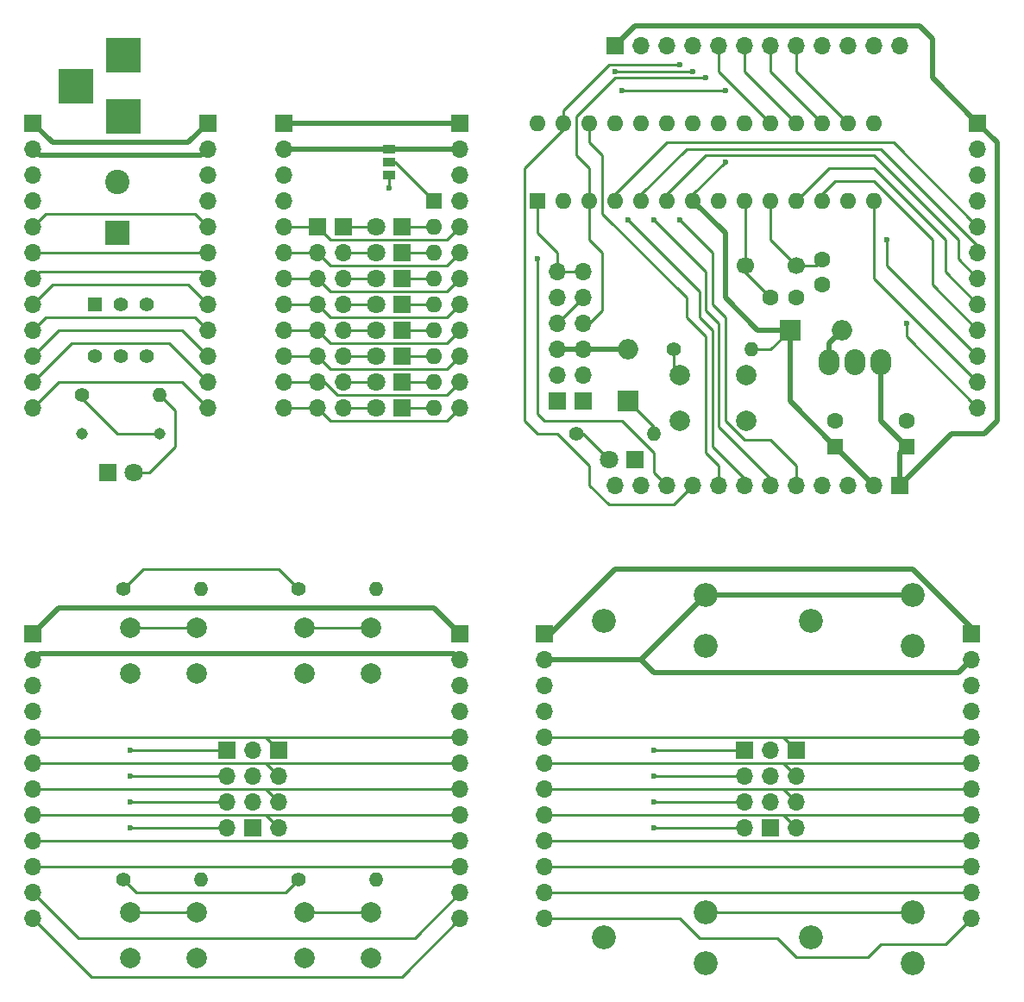
<source format=gbr>
G04 #@! TF.FileFunction,Copper,L1,Top,Signal*
%FSLAX46Y46*%
G04 Gerber Fmt 4.6, Leading zero omitted, Abs format (unit mm)*
G04 Created by KiCad (PCBNEW 4.0.7+dfsg1-1~bpo9+1) date Thu Apr  5 11:27:44 2018*
%MOMM*%
%LPD*%
G01*
G04 APERTURE LIST*
%ADD10C,0.100000*%
%ADD11R,3.500000X3.500000*%
%ADD12R,1.700000X1.700000*%
%ADD13O,1.700000X1.700000*%
%ADD14R,1.800000X1.800000*%
%ADD15C,1.800000*%
%ADD16R,1.600000X1.600000*%
%ADD17O,1.600000X1.600000*%
%ADD18C,1.400000*%
%ADD19O,1.400000X1.400000*%
%ADD20R,1.400000X1.400000*%
%ADD21C,1.143000*%
%ADD22R,1.270000X0.970000*%
%ADD23R,2.400000X2.400000*%
%ADD24C,2.400000*%
%ADD25C,1.700000*%
%ADD26C,1.600000*%
%ADD27C,2.000000*%
%ADD28O,2.032000X2.540000*%
%ADD29R,2.000000X2.000000*%
%ADD30O,2.000000X2.000000*%
%ADD31C,2.340000*%
%ADD32C,0.600000*%
%ADD33C,0.250000*%
%ADD34C,0.500000*%
G04 APERTURE END LIST*
D10*
D11*
X137160000Y-92710000D03*
X137160000Y-86710000D03*
X132460000Y-89710000D03*
D12*
X128270000Y-93345000D03*
D13*
X128270000Y-95885000D03*
X128270000Y-98425000D03*
X128270000Y-100965000D03*
X128270000Y-103505000D03*
X128270000Y-106045000D03*
X128270000Y-108585000D03*
X128270000Y-111125000D03*
X128270000Y-113665000D03*
X128270000Y-116205000D03*
X128270000Y-118745000D03*
X128270000Y-121285000D03*
D12*
X145415000Y-93345000D03*
D13*
X145415000Y-95885000D03*
X145415000Y-98425000D03*
X145415000Y-100965000D03*
X145415000Y-103505000D03*
X145415000Y-106045000D03*
X145415000Y-108585000D03*
X145415000Y-111125000D03*
X145415000Y-113665000D03*
X145415000Y-116205000D03*
X145415000Y-118745000D03*
X145415000Y-121285000D03*
D14*
X164465000Y-103505000D03*
D15*
X161925000Y-103505000D03*
D14*
X164465000Y-106045000D03*
D15*
X161925000Y-106045000D03*
D14*
X164465000Y-108585000D03*
D15*
X161925000Y-108585000D03*
D14*
X164465000Y-111125000D03*
D15*
X161925000Y-111125000D03*
D14*
X164465000Y-113665000D03*
D15*
X161925000Y-113665000D03*
D14*
X164465000Y-116205000D03*
D15*
X161925000Y-116205000D03*
D14*
X164465000Y-118745000D03*
D15*
X161925000Y-118745000D03*
D14*
X164465000Y-121285000D03*
D15*
X161925000Y-121285000D03*
D12*
X158750000Y-103505000D03*
D13*
X158750000Y-106045000D03*
X158750000Y-108585000D03*
X158750000Y-111125000D03*
X158750000Y-113665000D03*
X158750000Y-116205000D03*
X158750000Y-118745000D03*
X158750000Y-121285000D03*
D12*
X156210000Y-103505000D03*
D13*
X156210000Y-106045000D03*
X156210000Y-108585000D03*
X156210000Y-111125000D03*
X156210000Y-113665000D03*
X156210000Y-116205000D03*
X156210000Y-118745000D03*
X156210000Y-121285000D03*
D12*
X152908000Y-93345000D03*
D13*
X152908000Y-95885000D03*
X152908000Y-98425000D03*
X152908000Y-100965000D03*
X152908000Y-103505000D03*
X152908000Y-106045000D03*
X152908000Y-108585000D03*
X152908000Y-111125000D03*
X152908000Y-113665000D03*
X152908000Y-116205000D03*
X152908000Y-118745000D03*
X152908000Y-121285000D03*
D12*
X170180000Y-93345000D03*
D13*
X170180000Y-95885000D03*
X170180000Y-98425000D03*
X170180000Y-100965000D03*
X170180000Y-103505000D03*
X170180000Y-106045000D03*
X170180000Y-108585000D03*
X170180000Y-111125000D03*
X170180000Y-113665000D03*
X170180000Y-116205000D03*
X170180000Y-118745000D03*
X170180000Y-121285000D03*
D16*
X167640000Y-100965000D03*
D17*
X167640000Y-103505000D03*
X167640000Y-106045000D03*
X167640000Y-108585000D03*
X167640000Y-111125000D03*
X167640000Y-113665000D03*
X167640000Y-116205000D03*
X167640000Y-118745000D03*
X167640000Y-121285000D03*
D14*
X135636000Y-127635000D03*
D15*
X138176000Y-127635000D03*
D18*
X133096000Y-120015000D03*
D19*
X140716000Y-120015000D03*
D20*
X134366000Y-111125000D03*
D18*
X136906000Y-111125000D03*
X139446000Y-111125000D03*
X134366000Y-116205000D03*
X136906000Y-116205000D03*
X139446000Y-116205000D03*
D21*
X140716000Y-123825000D03*
X133096000Y-123825000D03*
D22*
X163195000Y-95885000D03*
X163195000Y-97155000D03*
X163195000Y-98425000D03*
D23*
X136525000Y-104140000D03*
D24*
X136525000Y-99140000D03*
D12*
X185420000Y-85725000D03*
D13*
X187960000Y-85725000D03*
X190500000Y-85725000D03*
X193040000Y-85725000D03*
X195580000Y-85725000D03*
X198120000Y-85725000D03*
X200660000Y-85725000D03*
X203200000Y-85725000D03*
X205740000Y-85725000D03*
X208280000Y-85725000D03*
X210820000Y-85725000D03*
X213360000Y-85725000D03*
D16*
X177800000Y-100965000D03*
D17*
X210820000Y-93345000D03*
X180340000Y-100965000D03*
X208280000Y-93345000D03*
X182880000Y-100965000D03*
X205740000Y-93345000D03*
X185420000Y-100965000D03*
X203200000Y-93345000D03*
X187960000Y-100965000D03*
X200660000Y-93345000D03*
X190500000Y-100965000D03*
X198120000Y-93345000D03*
X193040000Y-100965000D03*
X195580000Y-93345000D03*
X195580000Y-100965000D03*
X193040000Y-93345000D03*
X198120000Y-100965000D03*
X190500000Y-93345000D03*
X200660000Y-100965000D03*
X187960000Y-93345000D03*
X203200000Y-100965000D03*
X185420000Y-93345000D03*
X205740000Y-100965000D03*
X182880000Y-93345000D03*
X208280000Y-100965000D03*
X180340000Y-93345000D03*
X210820000Y-100965000D03*
X177800000Y-93345000D03*
D25*
X203200000Y-107315000D03*
X198200000Y-107315000D03*
D26*
X200660000Y-110490000D03*
X203160000Y-110490000D03*
X205740000Y-109220000D03*
X205740000Y-106720000D03*
D12*
X182245000Y-120650000D03*
D13*
X182245000Y-118110000D03*
X182245000Y-115570000D03*
X182245000Y-113030000D03*
X182245000Y-110490000D03*
X182245000Y-107950000D03*
D12*
X220980000Y-93345000D03*
D13*
X220980000Y-95885000D03*
X220980000Y-98425000D03*
X220980000Y-100965000D03*
X220980000Y-103505000D03*
X220980000Y-106045000D03*
X220980000Y-108585000D03*
X220980000Y-111125000D03*
X220980000Y-113665000D03*
X220980000Y-116205000D03*
X220980000Y-118745000D03*
X220980000Y-121285000D03*
D12*
X213360000Y-128905000D03*
D13*
X210820000Y-128905000D03*
X208280000Y-128905000D03*
X205740000Y-128905000D03*
X203200000Y-128905000D03*
X200660000Y-128905000D03*
X198120000Y-128905000D03*
X195580000Y-128905000D03*
X193040000Y-128905000D03*
X190500000Y-128905000D03*
X187960000Y-128905000D03*
X185420000Y-128905000D03*
D16*
X213995000Y-125095000D03*
D26*
X213995000Y-122595000D03*
D16*
X207010000Y-125095000D03*
D26*
X207010000Y-122595000D03*
D18*
X181610000Y-123825000D03*
D19*
X189230000Y-123825000D03*
D18*
X191135000Y-115570000D03*
D19*
X198755000Y-115570000D03*
D27*
X191770000Y-122610000D03*
X191770000Y-118110000D03*
X198270000Y-122610000D03*
X198270000Y-118110000D03*
D28*
X208915000Y-116840000D03*
X206375000Y-116840000D03*
X211455000Y-116840000D03*
D14*
X187325000Y-126365000D03*
D15*
X184785000Y-126365000D03*
D29*
X186690000Y-120650000D03*
D30*
X186690000Y-115570000D03*
D29*
X202565000Y-113665000D03*
D30*
X207645000Y-113665000D03*
D12*
X179705000Y-120650000D03*
D13*
X179705000Y-118110000D03*
X179705000Y-115570000D03*
X179705000Y-113030000D03*
X179705000Y-110490000D03*
X179705000Y-107950000D03*
D12*
X203200000Y-154940000D03*
D13*
X203200000Y-157480000D03*
X203200000Y-160020000D03*
X203200000Y-162560000D03*
D27*
X154940000Y-175315000D03*
X154940000Y-170815000D03*
X161440000Y-175315000D03*
X161440000Y-170815000D03*
D12*
X128270000Y-143510000D03*
D13*
X128270000Y-146050000D03*
X128270000Y-148590000D03*
X128270000Y-151130000D03*
X128270000Y-153670000D03*
X128270000Y-156210000D03*
X128270000Y-158750000D03*
X128270000Y-161290000D03*
X128270000Y-163830000D03*
X128270000Y-166370000D03*
X128270000Y-168910000D03*
X128270000Y-171450000D03*
D12*
X178435000Y-143510000D03*
D13*
X178435000Y-146050000D03*
X178435000Y-148590000D03*
X178435000Y-151130000D03*
X178435000Y-153670000D03*
X178435000Y-156210000D03*
X178435000Y-158750000D03*
X178435000Y-161290000D03*
X178435000Y-163830000D03*
X178435000Y-166370000D03*
X178435000Y-168910000D03*
X178435000Y-171450000D03*
D12*
X170180000Y-143510000D03*
D13*
X170180000Y-146050000D03*
X170180000Y-148590000D03*
X170180000Y-151130000D03*
X170180000Y-153670000D03*
X170180000Y-156210000D03*
X170180000Y-158750000D03*
X170180000Y-161290000D03*
X170180000Y-163830000D03*
X170180000Y-166370000D03*
X170180000Y-168910000D03*
X170180000Y-171450000D03*
D12*
X220345000Y-143510000D03*
D13*
X220345000Y-146050000D03*
X220345000Y-148590000D03*
X220345000Y-151130000D03*
X220345000Y-153670000D03*
X220345000Y-156210000D03*
X220345000Y-158750000D03*
X220345000Y-161290000D03*
X220345000Y-163830000D03*
X220345000Y-166370000D03*
X220345000Y-168910000D03*
X220345000Y-171450000D03*
D31*
X194310000Y-144700000D03*
X184310000Y-142200000D03*
X194310000Y-139700000D03*
X214630000Y-144700000D03*
X204630000Y-142200000D03*
X214630000Y-139700000D03*
X194310000Y-175815000D03*
X184310000Y-173315000D03*
X194310000Y-170815000D03*
X214630000Y-175815000D03*
X204630000Y-173315000D03*
X214630000Y-170815000D03*
D12*
X198120000Y-154940000D03*
D13*
X198120000Y-157480000D03*
X198120000Y-160020000D03*
X198120000Y-162560000D03*
D12*
X152400000Y-154940000D03*
D13*
X152400000Y-157480000D03*
X152400000Y-160020000D03*
X152400000Y-162560000D03*
D12*
X147320000Y-154940000D03*
D13*
X147320000Y-157480000D03*
X147320000Y-160020000D03*
X147320000Y-162560000D03*
D12*
X200660000Y-162560000D03*
D13*
X200660000Y-160020000D03*
X200660000Y-157480000D03*
X200660000Y-154940000D03*
D12*
X149860000Y-162560000D03*
D13*
X149860000Y-160020000D03*
X149860000Y-157480000D03*
X149860000Y-154940000D03*
D18*
X137160000Y-139065000D03*
D19*
X144780000Y-139065000D03*
D18*
X154305000Y-139065000D03*
D19*
X161925000Y-139065000D03*
D18*
X137160000Y-167640000D03*
D19*
X144780000Y-167640000D03*
D18*
X154305000Y-167640000D03*
D19*
X161925000Y-167640000D03*
D27*
X137795000Y-147375000D03*
X137795000Y-142875000D03*
X144295000Y-147375000D03*
X144295000Y-142875000D03*
X154940000Y-147375000D03*
X154940000Y-142875000D03*
X161440000Y-147375000D03*
X161440000Y-142875000D03*
X137795000Y-175315000D03*
X137795000Y-170815000D03*
X144295000Y-175315000D03*
X144295000Y-170815000D03*
D32*
X196215000Y-97155000D03*
X137795000Y-154940000D03*
X137795000Y-157480000D03*
X137795000Y-160020000D03*
X137795000Y-162560000D03*
X196215000Y-90170000D03*
X186055000Y-90170000D03*
X194310000Y-88900000D03*
X189230000Y-154940000D03*
X189230000Y-157480000D03*
X189230000Y-160020000D03*
X212090000Y-104775000D03*
X189230000Y-162560000D03*
X163195000Y-99695000D03*
X213995000Y-113030000D03*
X193040000Y-88265000D03*
X185420000Y-88265000D03*
X177800000Y-106680000D03*
X191770000Y-87630000D03*
X186690000Y-102870000D03*
X189230000Y-102870000D03*
X191770000Y-102870000D03*
D33*
X133096000Y-120015000D02*
X133096000Y-120396000D01*
X133096000Y-120396000D02*
X136525000Y-123825000D01*
X136525000Y-123825000D02*
X140716000Y-123825000D01*
D34*
X128270000Y-93345000D02*
X130175000Y-95250000D01*
X143510000Y-95250000D02*
X145415000Y-93345000D01*
X142875000Y-95250000D02*
X143510000Y-95250000D01*
X140970000Y-95250000D02*
X142875000Y-95250000D01*
X130175000Y-95250000D02*
X140970000Y-95250000D01*
X220980000Y-93345000D02*
X216535000Y-88900000D01*
X216535000Y-88900000D02*
X216535000Y-86995000D01*
X213360000Y-128905000D02*
X218440000Y-123825000D01*
X218440000Y-123825000D02*
X219710000Y-123825000D01*
X219710000Y-123825000D02*
X221615000Y-123825000D01*
X213360000Y-128905000D02*
X213360000Y-125730000D01*
X213360000Y-125730000D02*
X213995000Y-125095000D01*
X211455000Y-116840000D02*
X211455000Y-122555000D01*
X211455000Y-122555000D02*
X213995000Y-125095000D01*
X216535000Y-86995000D02*
X216535000Y-85090000D01*
X216535000Y-85090000D02*
X215265000Y-83820000D01*
X187325000Y-83820000D02*
X215265000Y-83820000D01*
X215265000Y-83820000D02*
X216535000Y-85090000D01*
X222885000Y-95250000D02*
X220980000Y-93345000D01*
X222885000Y-122555000D02*
X222885000Y-95250000D01*
X221615000Y-123825000D02*
X222885000Y-122555000D01*
X185420000Y-85725000D02*
X187325000Y-83820000D01*
X184785000Y-86360000D02*
X185420000Y-85725000D01*
D33*
X221615000Y-93345000D02*
X221615000Y-92710000D01*
X213360000Y-128905000D02*
X213995000Y-128905000D01*
D34*
X170180000Y-143510000D02*
X167640000Y-140970000D01*
X167640000Y-140970000D02*
X130810000Y-140970000D01*
X130810000Y-140970000D02*
X128270000Y-143510000D01*
X128270000Y-95885000D02*
X128905000Y-96520000D01*
X144780000Y-96520000D02*
X145415000Y-95885000D01*
X128905000Y-96520000D02*
X144780000Y-96520000D01*
D33*
X189230000Y-123825000D02*
X189230000Y-123190000D01*
X189230000Y-123190000D02*
X186690000Y-120650000D01*
X198755000Y-115570000D02*
X200660000Y-115570000D01*
X200660000Y-115570000D02*
X202565000Y-113665000D01*
D34*
X202565000Y-113665000D02*
X199390000Y-113665000D01*
X196215000Y-104140000D02*
X193040000Y-100965000D01*
X196215000Y-110490000D02*
X196215000Y-104140000D01*
X199390000Y-113665000D02*
X196215000Y-110490000D01*
X207010000Y-125095000D02*
X202565000Y-120650000D01*
X202565000Y-120650000D02*
X202565000Y-113665000D01*
X210820000Y-128905000D02*
X207010000Y-125095000D01*
D33*
X193040000Y-100330000D02*
X196215000Y-97155000D01*
X193040000Y-100965000D02*
X193040000Y-100330000D01*
X137160000Y-167640000D02*
X138430000Y-168910000D01*
X153035000Y-168910000D02*
X154305000Y-167640000D01*
X138430000Y-168910000D02*
X153035000Y-168910000D01*
X137160000Y-139065000D02*
X139065000Y-137160000D01*
X152400000Y-137160000D02*
X154305000Y-139065000D01*
X139065000Y-137160000D02*
X152400000Y-137160000D01*
D34*
X169545000Y-145415000D02*
X128905000Y-145415000D01*
X128905000Y-145415000D02*
X128270000Y-146050000D01*
X169545000Y-145415000D02*
X170180000Y-146050000D01*
D33*
X128270000Y-103505000D02*
X129540000Y-102235000D01*
X144145000Y-102235000D02*
X145415000Y-103505000D01*
X129540000Y-102235000D02*
X144145000Y-102235000D01*
X152400000Y-154940000D02*
X151130000Y-153670000D01*
X151130000Y-153670000D02*
X151765000Y-153670000D01*
X128270000Y-153670000D02*
X150495000Y-153670000D01*
X150495000Y-153670000D02*
X151765000Y-153670000D01*
X151765000Y-153670000D02*
X170180000Y-153670000D01*
X128270000Y-106045000D02*
X145415000Y-106045000D01*
X152400000Y-157480000D02*
X151130000Y-156210000D01*
X170180000Y-156210000D02*
X151130000Y-156210000D01*
X151130000Y-156210000D02*
X128270000Y-156210000D01*
X128270000Y-108585000D02*
X128905000Y-107950000D01*
X144780000Y-107950000D02*
X145415000Y-108585000D01*
X128905000Y-107950000D02*
X144780000Y-107950000D01*
X152400000Y-160020000D02*
X151130000Y-158750000D01*
X151130000Y-158750000D02*
X151765000Y-158750000D01*
X128270000Y-158750000D02*
X150495000Y-158750000D01*
X150495000Y-158750000D02*
X151765000Y-158750000D01*
X151765000Y-158750000D02*
X170180000Y-158750000D01*
X128270000Y-111125000D02*
X130175000Y-109220000D01*
X143510000Y-109220000D02*
X145415000Y-111125000D01*
X130175000Y-109220000D02*
X143510000Y-109220000D01*
X152400000Y-162560000D02*
X151130000Y-161290000D01*
X128270000Y-161290000D02*
X151130000Y-161290000D01*
X151130000Y-161290000D02*
X170180000Y-161290000D01*
X128270000Y-113665000D02*
X129540000Y-112395000D01*
X144145000Y-112395000D02*
X145415000Y-113665000D01*
X129540000Y-112395000D02*
X144145000Y-112395000D01*
X137795000Y-154940000D02*
X147320000Y-154940000D01*
X128270000Y-163830000D02*
X170180000Y-163830000D01*
X130175000Y-114300000D02*
X130810000Y-113665000D01*
X142875000Y-113665000D02*
X143510000Y-114300000D01*
X130810000Y-113665000D02*
X142875000Y-113665000D01*
X128270000Y-116205000D02*
X130175000Y-114300000D01*
X143510000Y-114300000D02*
X145415000Y-116205000D01*
X147320000Y-157480000D02*
X137795000Y-157480000D01*
X170180000Y-166370000D02*
X128270000Y-166370000D01*
X128270000Y-118745000D02*
X132080000Y-114935000D01*
X141605000Y-114935000D02*
X145415000Y-118745000D01*
X132080000Y-114935000D02*
X141605000Y-114935000D01*
X170180000Y-168910000D02*
X165735000Y-173355000D01*
X132715000Y-173355000D02*
X128270000Y-168910000D01*
X165735000Y-173355000D02*
X132715000Y-173355000D01*
X137795000Y-160020000D02*
X147320000Y-160020000D01*
X128270000Y-121285000D02*
X130810000Y-118745000D01*
X142875000Y-118745000D02*
X145415000Y-121285000D01*
X130810000Y-118745000D02*
X142875000Y-118745000D01*
X147320000Y-162560000D02*
X137795000Y-162560000D01*
X170180000Y-171450000D02*
X164465000Y-177165000D01*
X133985000Y-177165000D02*
X128270000Y-171450000D01*
X164465000Y-177165000D02*
X133985000Y-177165000D01*
X164465000Y-103505000D02*
X167640000Y-103505000D01*
X159385000Y-103505000D02*
X161925000Y-103505000D01*
D34*
X206375000Y-116840000D02*
X206375000Y-114935000D01*
X206375000Y-114935000D02*
X207645000Y-113665000D01*
D33*
X167640000Y-106045000D02*
X164465000Y-106045000D01*
X159385000Y-106045000D02*
X161925000Y-106045000D01*
X164465000Y-108585000D02*
X167640000Y-108585000D01*
X159385000Y-108585000D02*
X161925000Y-108585000D01*
X167640000Y-111125000D02*
X164465000Y-111125000D01*
X159385000Y-111125000D02*
X161925000Y-111125000D01*
X164465000Y-113665000D02*
X167640000Y-113665000D01*
X159385000Y-113665000D02*
X161925000Y-113665000D01*
X164465000Y-116205000D02*
X167640000Y-116205000D01*
X159385000Y-116205000D02*
X161925000Y-116205000D01*
X164465000Y-118745000D02*
X167640000Y-118745000D01*
X159385000Y-118745000D02*
X161925000Y-118745000D01*
X164465000Y-121285000D02*
X167640000Y-121285000D01*
X159385000Y-121285000D02*
X161925000Y-121285000D01*
X156210000Y-103505000D02*
X157480000Y-104775000D01*
X157480000Y-104775000D02*
X168910000Y-104775000D01*
X153035000Y-103505000D02*
X156210000Y-103505000D01*
X168910000Y-104775000D02*
X170180000Y-103505000D01*
X194945000Y-90170000D02*
X196215000Y-90170000D01*
X194945000Y-90170000D02*
X186055000Y-90170000D01*
X179705000Y-113030000D02*
X182245000Y-110490000D01*
X203200000Y-154940000D02*
X201930000Y-153670000D01*
X201930000Y-153670000D02*
X202565000Y-153670000D01*
X178435000Y-153670000D02*
X195580000Y-153670000D01*
X195580000Y-153670000D02*
X201930000Y-153670000D01*
X201930000Y-153670000D02*
X202565000Y-153670000D01*
X202565000Y-153670000D02*
X220345000Y-153670000D01*
X156210000Y-106045000D02*
X157480000Y-107315000D01*
X157480000Y-107315000D02*
X168910000Y-107315000D01*
X153035000Y-106045000D02*
X156210000Y-106045000D01*
X168910000Y-107315000D02*
X170180000Y-106045000D01*
X194310000Y-88900000D02*
X185420000Y-88900000D01*
X181610000Y-92710000D02*
X185420000Y-88900000D01*
X182880000Y-97790000D02*
X182880000Y-100965000D01*
X181610000Y-96520000D02*
X182880000Y-97790000D01*
X181610000Y-92710000D02*
X181610000Y-96520000D01*
X182245000Y-113030000D02*
X182880000Y-113030000D01*
X182880000Y-113030000D02*
X184150000Y-111760000D01*
X184150000Y-111760000D02*
X184150000Y-106045000D01*
X184150000Y-106045000D02*
X182880000Y-104775000D01*
X182880000Y-104775000D02*
X182880000Y-100965000D01*
X203200000Y-157480000D02*
X201930000Y-156210000D01*
X201930000Y-156210000D02*
X202565000Y-156210000D01*
X220345000Y-156210000D02*
X202565000Y-156210000D01*
X202565000Y-156210000D02*
X196215000Y-156210000D01*
X196215000Y-156210000D02*
X178435000Y-156210000D01*
X156210000Y-108585000D02*
X157480000Y-109855000D01*
X157480000Y-109855000D02*
X168910000Y-109855000D01*
X153035000Y-108585000D02*
X156210000Y-108585000D01*
X168910000Y-109855000D02*
X170180000Y-108585000D01*
X185420000Y-100965000D02*
X185420000Y-100330000D01*
X185420000Y-100330000D02*
X190500000Y-95250000D01*
X220980000Y-103505000D02*
X212725000Y-95250000D01*
X212725000Y-95250000D02*
X190500000Y-95250000D01*
X203200000Y-160020000D02*
X201930000Y-158750000D01*
X178435000Y-158750000D02*
X196215000Y-158750000D01*
X196215000Y-158750000D02*
X201930000Y-158750000D01*
X201930000Y-158750000D02*
X220345000Y-158750000D01*
X156210000Y-111125000D02*
X157480000Y-112395000D01*
X157480000Y-112395000D02*
X168910000Y-112395000D01*
X153035000Y-111125000D02*
X156210000Y-111125000D01*
X168910000Y-112395000D02*
X170180000Y-111125000D01*
X187960000Y-100965000D02*
X187960000Y-100330000D01*
X187960000Y-100330000D02*
X192405000Y-95885000D01*
X220980000Y-106045000D02*
X220980000Y-105410000D01*
X220980000Y-105410000D02*
X211455000Y-95885000D01*
X211455000Y-95885000D02*
X192405000Y-95885000D01*
X203200000Y-162560000D02*
X201930000Y-161290000D01*
X201930000Y-161290000D02*
X202565000Y-161290000D01*
X220345000Y-161290000D02*
X202565000Y-161290000D01*
X202565000Y-161290000D02*
X196215000Y-161290000D01*
X196215000Y-161290000D02*
X178435000Y-161290000D01*
X156210000Y-113665000D02*
X157480000Y-114935000D01*
X157480000Y-114935000D02*
X168910000Y-114935000D01*
X153035000Y-113665000D02*
X156210000Y-113665000D01*
X168910000Y-114935000D02*
X170180000Y-113665000D01*
X190500000Y-100965000D02*
X190500000Y-100330000D01*
X190500000Y-100330000D02*
X194310000Y-96520000D01*
X220980000Y-108585000D02*
X219075000Y-106680000D01*
X210820000Y-96520000D02*
X194310000Y-96520000D01*
X219075000Y-104775000D02*
X210820000Y-96520000D01*
X219075000Y-106680000D02*
X219075000Y-104775000D01*
X189230000Y-154940000D02*
X198120000Y-154940000D01*
X178435000Y-163830000D02*
X217170000Y-163830000D01*
X217170000Y-163830000D02*
X220345000Y-163830000D01*
X156210000Y-116205000D02*
X157480000Y-117475000D01*
X157480000Y-117475000D02*
X168910000Y-117475000D01*
X153035000Y-116205000D02*
X156210000Y-116205000D01*
X168910000Y-117475000D02*
X170180000Y-116205000D01*
X206375000Y-97790000D02*
X210820000Y-97790000D01*
X220980000Y-111125000D02*
X217805000Y-107950000D01*
X217805000Y-104775000D02*
X210820000Y-97790000D01*
X217805000Y-107950000D02*
X217805000Y-104775000D01*
X206375000Y-97790000D02*
X203200000Y-100965000D01*
X189230000Y-157480000D02*
X198120000Y-157480000D01*
X220345000Y-166370000D02*
X215265000Y-166370000D01*
X215265000Y-166370000D02*
X178435000Y-166370000D01*
X156210000Y-118745000D02*
X156845000Y-118745000D01*
X156845000Y-118745000D02*
X158115000Y-120015000D01*
X168910000Y-120015000D02*
X170180000Y-118745000D01*
X158115000Y-120015000D02*
X168910000Y-120015000D01*
X153035000Y-118745000D02*
X156210000Y-118745000D01*
X207010000Y-99060000D02*
X210820000Y-99060000D01*
X205740000Y-100965000D02*
X205740000Y-100330000D01*
X205740000Y-100330000D02*
X207010000Y-99060000D01*
X216535000Y-109220000D02*
X220980000Y-113665000D01*
X216535000Y-104775000D02*
X216535000Y-109220000D01*
X210820000Y-99060000D02*
X216535000Y-104775000D01*
X189230000Y-160020000D02*
X198120000Y-160020000D01*
X213360000Y-168910000D02*
X178435000Y-168910000D01*
X213360000Y-168910000D02*
X220345000Y-168910000D01*
X220345000Y-168910000D02*
X220345000Y-169545000D01*
X156210000Y-121285000D02*
X157480000Y-122555000D01*
X168910000Y-122555000D02*
X170180000Y-121285000D01*
X157480000Y-122555000D02*
X168910000Y-122555000D01*
X153035000Y-121285000D02*
X156210000Y-121285000D01*
X212090000Y-107315000D02*
X220980000Y-116205000D01*
X220980000Y-116205000D02*
X220345000Y-116205000D01*
X212090000Y-107315000D02*
X212090000Y-104775000D01*
X189230000Y-162560000D02*
X198120000Y-162560000D01*
X188595000Y-171450000D02*
X191770000Y-171450000D01*
X210185000Y-175260000D02*
X211455000Y-173990000D01*
X209550000Y-175260000D02*
X210185000Y-175260000D01*
X203200000Y-175260000D02*
X209550000Y-175260000D01*
X201295000Y-173355000D02*
X203200000Y-175260000D01*
X193675000Y-173355000D02*
X201295000Y-173355000D01*
X191770000Y-171450000D02*
X193675000Y-173355000D01*
X188595000Y-171450000D02*
X178435000Y-171450000D01*
X211455000Y-173990000D02*
X214630000Y-173990000D01*
X217805000Y-173990000D02*
X220345000Y-171450000D01*
X214630000Y-173990000D02*
X217805000Y-173990000D01*
D34*
X153035000Y-93345000D02*
X170180000Y-93345000D01*
X178435000Y-143510000D02*
X179070000Y-143510000D01*
X179070000Y-143510000D02*
X185420000Y-137160000D01*
X214630000Y-137160000D02*
X220345000Y-142875000D01*
X185420000Y-137160000D02*
X214630000Y-137160000D01*
X220345000Y-142875000D02*
X220345000Y-143510000D01*
X153035000Y-95885000D02*
X163195000Y-95885000D01*
X163195000Y-95885000D02*
X170180000Y-95885000D01*
X187960000Y-146050000D02*
X189230000Y-147320000D01*
X179705000Y-146050000D02*
X187960000Y-146050000D01*
X187960000Y-146050000D02*
X194310000Y-139700000D01*
X178435000Y-146050000D02*
X179705000Y-146050000D01*
X219075000Y-147320000D02*
X220345000Y-146050000D01*
X189230000Y-147320000D02*
X219075000Y-147320000D01*
D33*
X194310000Y-170815000D02*
X214630000Y-170815000D01*
D34*
X194310000Y-139700000D02*
X214630000Y-139700000D01*
D33*
X163195000Y-98425000D02*
X163195000Y-99695000D01*
X138176000Y-127635000D02*
X139700000Y-127635000D01*
X142240000Y-121539000D02*
X140716000Y-120015000D01*
X142240000Y-125095000D02*
X142240000Y-121539000D01*
X139700000Y-127635000D02*
X142240000Y-125095000D01*
X163195000Y-97155000D02*
X163830000Y-97155000D01*
X163830000Y-97155000D02*
X167640000Y-100965000D01*
X203200000Y-85725000D02*
X203200000Y-88265000D01*
X203200000Y-88265000D02*
X208280000Y-93345000D01*
X220980000Y-121285000D02*
X213995000Y-114300000D01*
X213995000Y-114300000D02*
X213995000Y-113030000D01*
X220980000Y-118745000D02*
X210820000Y-108585000D01*
X210820000Y-108585000D02*
X210820000Y-100965000D01*
X189230000Y-127635000D02*
X189230000Y-125730000D01*
X186055000Y-122555000D02*
X178435000Y-122555000D01*
X189230000Y-125730000D02*
X186055000Y-122555000D01*
X193040000Y-88265000D02*
X185420000Y-88265000D01*
X178435000Y-122555000D02*
X177800000Y-121920000D01*
X190500000Y-128905000D02*
X189230000Y-127635000D01*
X177800000Y-121920000D02*
X177800000Y-106680000D01*
X182880000Y-128905000D02*
X182880000Y-127000000D01*
X179705000Y-123825000D02*
X177800000Y-123825000D01*
X182880000Y-127000000D02*
X179705000Y-123825000D01*
X184785000Y-87630000D02*
X186055000Y-87630000D01*
X191770000Y-87630000D02*
X186055000Y-87630000D01*
X180340000Y-93345000D02*
X180340000Y-92075000D01*
X180340000Y-92075000D02*
X184785000Y-87630000D01*
X180340000Y-92710000D02*
X180340000Y-93345000D01*
X180340000Y-93980000D02*
X176530000Y-97790000D01*
X191135000Y-130810000D02*
X193040000Y-128905000D01*
X180340000Y-93345000D02*
X180340000Y-93980000D01*
X193040000Y-128905000D02*
X193040000Y-128270000D01*
X184785000Y-130810000D02*
X182880000Y-128905000D01*
X177800000Y-123825000D02*
X176530000Y-122555000D01*
X176530000Y-97790000D02*
X176530000Y-122555000D01*
X184785000Y-130810000D02*
X191135000Y-130810000D01*
X200660000Y-93345000D02*
X195580000Y-88265000D01*
X195580000Y-88265000D02*
X195580000Y-85725000D01*
X198120000Y-85725000D02*
X198120000Y-88265000D01*
X198120000Y-88265000D02*
X203200000Y-93345000D01*
X200660000Y-85725000D02*
X200660000Y-88265000D01*
X200660000Y-88265000D02*
X205740000Y-93345000D01*
X182880000Y-93345000D02*
X182880000Y-95250000D01*
X184150000Y-96520000D02*
X184150000Y-102235000D01*
X182880000Y-95250000D02*
X184150000Y-96520000D01*
X195580000Y-128905000D02*
X195580000Y-127000000D01*
X192405000Y-110490000D02*
X184150000Y-102235000D01*
X192405000Y-112395000D02*
X192405000Y-110490000D01*
X194310000Y-114300000D02*
X192405000Y-112395000D01*
X194310000Y-125730000D02*
X194310000Y-114300000D01*
X195580000Y-127000000D02*
X194310000Y-125730000D01*
X194945000Y-125095000D02*
X194945000Y-113665000D01*
X194945000Y-113665000D02*
X193675000Y-112395000D01*
X198120000Y-128905000D02*
X198120000Y-128270000D01*
X198120000Y-128270000D02*
X194945000Y-125095000D01*
X193675000Y-112395000D02*
X193675000Y-109855000D01*
X193675000Y-109855000D02*
X186690000Y-102870000D01*
X195580000Y-123190000D02*
X195580000Y-113030000D01*
X195580000Y-113030000D02*
X194310000Y-111760000D01*
X200660000Y-128905000D02*
X200660000Y-128270000D01*
X200660000Y-128270000D02*
X195580000Y-123190000D01*
X194310000Y-107950000D02*
X189230000Y-102870000D01*
X194310000Y-111760000D02*
X194310000Y-107950000D01*
X196215000Y-122555000D02*
X196215000Y-112395000D01*
X196215000Y-112395000D02*
X194945000Y-111125000D01*
X194945000Y-111125000D02*
X194945000Y-106045000D01*
X203200000Y-128905000D02*
X203200000Y-127000000D01*
X194945000Y-106045000D02*
X191770000Y-102870000D01*
X198120000Y-124460000D02*
X196215000Y-122555000D01*
X200660000Y-124460000D02*
X198120000Y-124460000D01*
X203200000Y-127000000D02*
X200660000Y-124460000D01*
X198200000Y-107315000D02*
X198200000Y-108030000D01*
X198200000Y-108030000D02*
X200660000Y-110490000D01*
X198120000Y-107395000D02*
X198200000Y-107315000D01*
X198200000Y-107315000D02*
X198200000Y-101045000D01*
X198200000Y-101045000D02*
X198120000Y-100965000D01*
X203200000Y-107315000D02*
X205145000Y-107315000D01*
X205145000Y-107315000D02*
X205740000Y-106720000D01*
X200660000Y-100965000D02*
X200660000Y-104775000D01*
X200660000Y-104775000D02*
X203200000Y-107315000D01*
X179705000Y-107950000D02*
X179705000Y-106045000D01*
X177800000Y-104140000D02*
X177800000Y-100965000D01*
X179705000Y-106045000D02*
X177800000Y-104140000D01*
X179705000Y-107950000D02*
X182245000Y-107950000D01*
X191135000Y-115570000D02*
X191135000Y-117475000D01*
X191135000Y-117475000D02*
X191770000Y-118110000D01*
X181610000Y-123825000D02*
X182245000Y-123825000D01*
X182245000Y-123825000D02*
X184785000Y-126365000D01*
D34*
X179705000Y-115570000D02*
X182245000Y-115570000D01*
X182245000Y-115570000D02*
X186690000Y-115570000D01*
D33*
X154940000Y-170815000D02*
X161440000Y-170815000D01*
X137795000Y-170815000D02*
X144295000Y-170815000D01*
X144780000Y-170330000D02*
X144295000Y-170815000D01*
X161440000Y-142875000D02*
X154940000Y-142875000D01*
X144295000Y-142875000D02*
X137795000Y-142875000D01*
M02*

</source>
